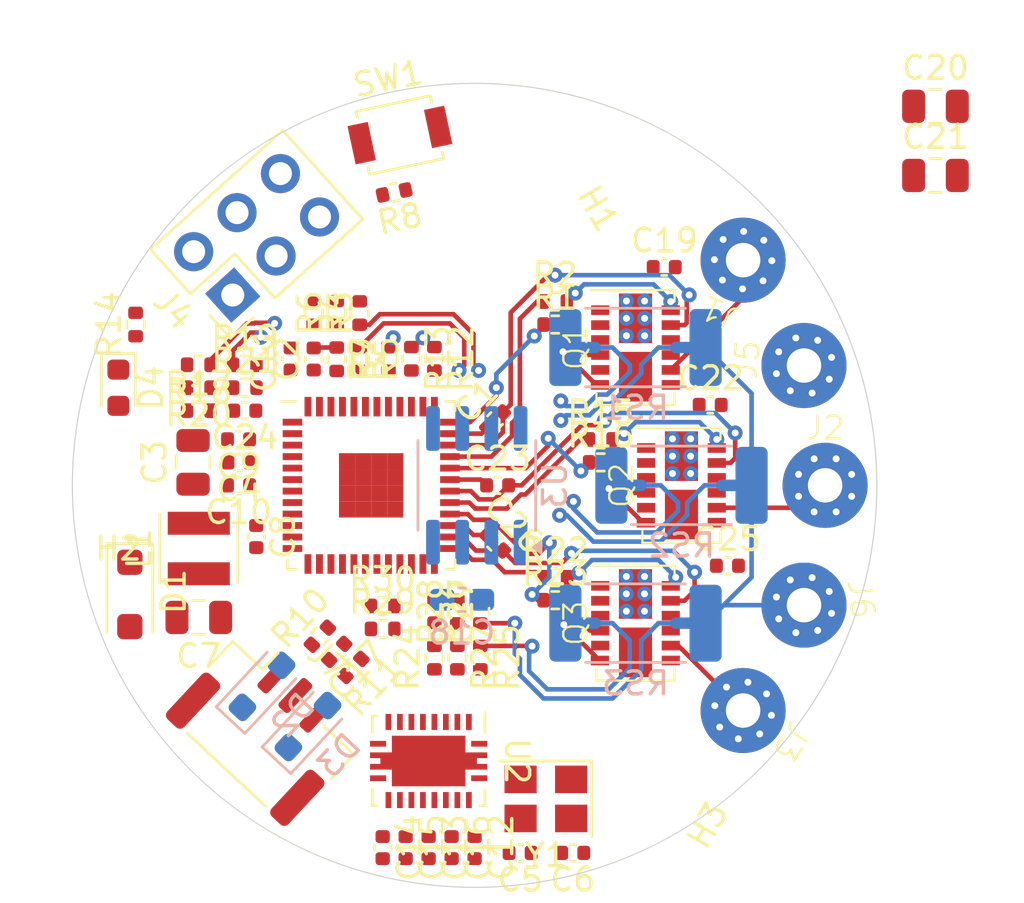
<source format=kicad_pcb>
(kicad_pcb (version 20240108) (generator "pcbnew") (generator_version "8.0")
  (layers (0 "F.Cu" signal) (1 "In1.Cu" signal) (2 "In2.Cu" signal) (31 "B.Cu" signal) (34 "B.Paste" user) (35 "F.Paste" user) (36 "B.SilkS" user "B.Silkscreen") (37 "F.SilkS" user "F.Silkscreen") (38 "B.Mask" user) (39 "F.Mask" user) (44 "Edge.Cuts" user))
  (property "2RB" "24k")
  (property "RA" "1.78k")
  (property "RB" "12k")
  (property "RS" "20mΩ/3W")
  (net 0 "")
  (net 1 "Net-(U1D-VBOOTU)")
  (net 2 "Net-(U1E-OP3N)")
  (net 3 "/Power Stage/OPA_U")
  (net 4 "GND")
  (net 5 "VM")
  (net 6 "/~{RESET}")
  (net 7 "/CAN Bus/OSC_IN")
  (net 8 "/CAN Bus/OSC_OUT")
  (net 9 "+3.3V")
  (net 10 "+12V")
  (net 11 "Net-(U2-FLTR)")
  (net 12 "/CAN Bus/5V_out")
  (net 13 "Net-(U2-WAKE)")
  (net 14 "Net-(C17-Pad1)")
  (net 15 "Net-(U1C-VBOOTV)")
  (net 16 "/Power Stage/OPA_V")
  (net 17 "Net-(U1F-OP2N)")
  (net 18 "Net-(U1B-VBOOTW)")
  (net 19 "Net-(U1G-OP1N)")
  (net 20 "/Power Stage/OPA_W")
  (net 21 "Net-(D1-K)")
  (net 22 "/CAN Bus/CANH")
  (net 23 "/CAN Bus/CANL")
  (net 24 "/User_LED")
  (net 25 "Net-(D4-K)")
  (net 26 "/Power Stage/RS_U+")
  (net 27 "/Power Stage/RS_U-")
  (net 28 "/Power Stage/RS_V+")
  (net 29 "/Power Stage/RS_V-")
  (net 30 "/Power Stage/RS_W+")
  (net 31 "/Power Stage/RS_W-")
  (net 32 "/Power Stage/QO_U")
  (net 33 "Net-(U1D-LSU)")
  (net 34 "Net-(U1D-HSU)")
  (net 35 "/Power Stage/QO_V")
  (net 36 "Net-(U1E-OP3P)")
  (net 37 "/BOOT0")
  (net 38 "/I2C_SCL")
  (net 39 "/I2C_SDA")
  (net 40 "Net-(U1C-HSV)")
  (net 41 "/Power Stage/QO_W")
  (net 42 "Net-(U1C-LSV)")
  (net 43 "/Power Stage/QS_U")
  (net 44 "Net-(U1F-OP2P)")
  (net 45 "/Power Stage/QS_V")
  (net 46 "Net-(U1B-HSW)")
  (net 47 "/Power Stage/QS_W")
  (net 48 "Net-(U1B-LSW)")
  (net 49 "Net-(U1G-OP1P)")
  (net 50 "/SPI_SCK")
  (net 51 "/SWC")
  (net 52 "/VM_sense")
  (net 53 "/SPI_~{CS}")
  (net 54 "/UART_TX")
  (net 55 "/Current_sense_V")
  (net 56 "/UART_RX")
  (net 57 "/Current_sense_U")
  (net 58 "/SPI_IRQ")
  (net 60 "/SWD")
  (net 61 "/Current_sense_W")
  (net 62 "/OC_COMP")
  (net 63 "/SPI_MOSI")
  (net 64 "/SPI_MISO")
  (net 68 "/Power Stage/OUT_W")
  (net 71 "/CAN Bus/~{WKRQ}")
  (net 72 "/CAN Bus/INH")
  (net 75 "/Power Stage/OUT_U")
  (net 76 "/Power Stage/OUT_V")
  (net 77 "/Power Stage/QGH_U")
  (net 78 "/Power Stage/QGL_U")
  (net 79 "/Power Stage/QGL_V")
  (net 80 "/Power Stage/QGH_V")
  (net 81 "/Power Stage/QGH_W")
  (net 82 "/Power Stage/QGL_W")
  (footprint "Capacitor_SMD:C_0402_1005Metric" (layer "F.Cu") (at 140.5 102.23 -90)
    (property "Reference" "C8")
    (property "Value" "100nF")
  )
  (footprint "Resistor_SMD:R_0402_1005Metric" (layer "F.Cu") (at 144 94.51 -90)
    (property "Reference" "R7")
    (property "Value" "12k")
  )
  (footprint "Capacitor_SMD:C_0402_1005Metric" (layer "F.Cu") (at 150.889411 102.5 -45)
    (property "Reference" "C26")
    (property "Value" "100nF/50V")
  )
  (footprint "Capacitor_SMD:C_0805_2012Metric" (layer "F.Cu") (at 170.05 86.51)
    (property "Reference" "C21")
    (property "Value" "10uF/50V")
  )
  (footprint "Capacitor_SMD:C_0402_1005Metric" (layer "F.Cu") (at 151.98 116 180)
    (property "Reference" "C5")
    (property "Value" "12pF")
  )
  (footprint "Resistor_SMD:R_0402_1005Metric" (layer "F.Cu") (at 140 95.75)
    (property "Reference" "R21")
    (property "Value" "12k")
  )
  (footprint "moco:PQFN-12" (layer "F.Cu") (at 159 100 90)
    (property "Reference" "Q2")
    (property "Value" "FDMD8240LET40")
  )
  (footprint "Capacitor_SMD:C_0402_1005Metric" (layer "F.Cu") (at 150.889411 97.160589 45)
    (property "Reference" "C1")
    (property "Value" "100nF/50V")
  )
  (footprint "Inductor_SMD:L_Neosid_SMS-ME3015" (layer "F.Cu") (at 138 102.75 90)
    (property "Reference" "L1")
    (property "Value" "18uH")
  )
  (footprint "Crystal:Crystal_SMD_3225-4Pin_3.2x2.5mm" (layer "F.Cu") (at 153.1 113.65 180)
    (property "Reference" "Y1")
    (property "Value" "40MHz")
  )
  (footprint "MountingHole:MountingHole_2.2mm_M2_ISO7380" (layer "F.Cu") (at 157.75 86.576606 120)
    (property "Reference" "H1")
    (property "Value" "MountingHole")
  )
  (footprint "MountingHole:MountingHole_2.2mm_M2_ISO7380" (layer "F.Cu") (at 157.75 113.423394 -120)
    (property "Reference" "H3")
    (property "Value" "MountingHole")
  )
  (footprint "moco:VQFN-20_3.5_3.5_0.5p" (layer "F.Cu") (at 148 112 -90)
    (property "Reference" "U2")
    (property "Value" "TCAN4550")
  )
  (footprint "Resistor_SMD:R_0402_1005Metric" (layer "F.Cu") (at 143 92.5 -90)
    (property "Reference" "R3")
    (property "Value" "24k")
  )
  (footprint "Resistor_SMD:R_0402_1005Metric" (layer "F.Cu") (at 146.25 94.5 90)
    (property "Reference" "R9")
    (property "Value" "10k")
  )
  (footprint "Resistor_SMD:R_0402_1005Metric" (layer "F.Cu") (at 153.5 92)
    (property "Reference" "R2")
    (property "Value" "10R")
  )
  (footprint "moco:Conn_1x1_3.7_1.5" (layer "F.Cu") (at 165.25 100)
    (property "Reference" "J2")
    (property "Value" "OUT_V")
  )
  (footprint "Capacitor_SMD:C_0402_1005Metric" (layer "F.Cu") (at 148 115.77 -90)
    (property "Reference" "C13")
    (property "Value" "10uF")
  )
  (footprint "Capacitor_SMD:C_0402_1005Metric" (layer "F.Cu") (at 139.73 98 180)
    (property "Reference" "C9")
    (property "Value" "10uF")
  )
  (footprint "Resistor_SMD:R_0402_1005Metric" (layer "F.Cu") (at 148.25 94.49 -90)
    (property "Reference" "R12")
    (property "Value" "4.7k")
  )
  (footprint "Capacitor_SMD:C_0402_1005Metric" (layer "F.Cu") (at 158.25 90.5)
    (property "Reference" "C19")
    (property "Value" "220nF/50V")
  )
  (footprint "Capacitor_SMD:C_0402_1005Metric" (layer "F.Cu") (at 147 115.77 -90)
    (property "Reference" "C15")
    (property "Value" "100nF")
  )
  (footprint "Resistor_SMD:R_0402_1005Metric" (layer "F.Cu") (at 146.5 87.25 -168)
    (property "Reference" "R8")
    (property "Value" "10k")
  )
  (footprint "moco:PQFN-12" (layer "F.Cu") (at 157 94 90)
    (property "Reference" "Q1")
    (property "Value" "FDMD8240LET40")
  )
  (footprint "Resistor_SMD:R_0402_1005Metric" (layer "F.Cu") (at 140 94.75)
    (property "Reference" "R19")
    (property "Value" "1.78k")
  )
  (footprint "moco:PQFN-12" (layer "F.Cu") (at 157 106 90)
    (property "Reference" "Q3")
    (property "Value" "FDMD8240LET40")
  )
  (footprint "Resistor_SMD:R_0402_1005Metric" (layer "F.Cu") (at 153.51 105)
    (property "Reference" "R23")
    (property "Value" "10R")
  )
  (footprint "Resistor_SMD:R_0402_1005Metric" (layer "F.Cu") (at 143.268646 106.568002 47)
    (property "Reference" "R10")
    (property "Value" "60R")
  )
  (footprint "Resistor_SMD:R_0402_1005Metric" (layer "F.Cu") (at 147.25 94.49 -90)
    (property "Reference" "R13")
    (property "Value" "4.7k")
  )
  (footprint "MountingHole:MountingHole_2.2mm_M2_ISO7380" (layer "F.Cu") (at 134.5 100 180)
    (property "Reference" "H2")
    (property "Value" "MountingHole")
  )
  (footprint "Resistor_SMD:R_0402_1005Metric" (layer "F.Cu") (at 155.49 98)
    (property "Reference" "R15")
    (property "Value" "10R")
  )
  (footprint "Resistor_SMD:R_0402_1005Metric" (layer "F.Cu") (at 146 105.25)
    (property "Reference" "R30")
    (property "Value" "10k")
  )
  (footprint "Resistor_SMD:R_0402_1005Metric" (layer "F.Cu") (at 145 92.5 90)
    (property "Reference" "R4")
    (property "Value" "1.78k")
  )
  (footprint "Connector_PinHeader_2.54mm:PinHeader_2x03_P2.54mm_Vertical" (layer "F.Cu") (at 139.476701 91.716216 132)
    (property "Reference" "J4")
    (property "Value" "Conn_02x03_Odd_Even")
  )
  (footprint "Button_Switch_SMD:SW_SPST_B3U-1000P" (layer "F.Cu") (at 146.75 84.75 12)
    (property "Reference" "SW1")
    (property "Value" "RESET")
  )
  (footprint "Capacitor_SMD:C_0402_1005Metric" (layer "F.Cu") (at 140 96.75 180)
    (property "Reference" "C24")
    (property "Value" "1nF")
  )
  (footprint "moco:Conn_1x1_3.7_1.5" (layer "F.Cu") (at 161.682178 109.802511 -122.1428571)
    (property "Reference" "J3")
    (property "Value" "OUT_W")
  )
  (footprint "Capacitor_SMD:C_0402_1005Metric" (layer "F.Cu") (at 144 107.25 -133)
    (property "Reference" "C17")
    (property "Value" "4.7nF")
  )
  (footprint "Resistor_SMD:R_0402_1005Metric" (layer "F.Cu") (at 146 106.25)
    (property "Reference" "R29")
    (property "Value" "68k")
  )
  (footprint "Capacitor_SMD:C_0402_1005Metric" (layer "F.Cu") (at 139.75 99 180)
    (property "Reference" "C4")
    (property "Value" "10nF")
  )
  (footprint "Resistor_SMD:R_0402_1005Metric" (layer "F.Cu") (at 149.25 105.5 90)
    (property "Reference" "R28")
    (property "Value" "12k")
  )
  (footprint "Diode_SMD:D_SOD-123F" (layer "F.Cu") (at 135 104.75 -90)
    (property "Reference" "D1")
    (property "Value" "MBR180S1")
  )
  (footprint "Capacitor_SMD:C_0402_1005Metric" (layer "F.Cu") (at 142 94.5 90)
    (property "Reference" "C11")
    (property "Value" "100nF")
  )
  (footprint "moco:Conn_1x1_3.7_1.5" (layer "F.Cu") (at 161.682178 90.197489 156.4285714)
    (property "Reference" "J1")
    (property "Value" "OUT_U")
  )
  (footprint "Resistor_SMD:R_0402_1005Metric" (layer "F.Cu") (at 144 92.49 90)
    (property "Reference" "R6")
    (property "Value" "24k")
  )
  (footprint "moco:Conn_1x1_3.7_1.5" (layer "F.Cu") (at 164.330312 105.215807 -84)
    (property "Reference" "J6")
    (property "Value" "VM-")
  )
  (footprint "Resistor_SMD:R_0402_1005Metric" (layer "F.Cu") (at 153.51 104)
    (property "Reference" "R22")
    (property "Value" "10R")
  )
  (footprint "Resistor_SMD:R_0402_1005Metric" (layer "F.Cu") (at 144.72404 107.925178 -133)
    (property "Reference" "R11")
    (property "Value" "60R")
  )
  (footprint "Connector_JST:JST_GH_SM03B-GHS-TB_1x03-1MP_P1.25mm_Horizontal" (layer "F.Cu") (at 140.939135 110.500436 -43)
    (property "Reference" "J7")
    (property "Value" "CAN")
  )
  (footprint "Capacitor_SMD:C_0805_2012Metric" (layer "F.Cu") (at 138 105.75 180)
    (property "Reference" "C7")
    (property "Value" "47uF")
  )
  (footprint "Capacitor_SMD:C_0805_2012Metric" (layer "F.Cu") (at 137.75 99 90)
    (property "Reference" "C3")
    (property "Value" "10uF/50V")
  )
  (footprint "LED_SMD:LED_0603_1608Metric" (layer "F.Cu") (at 134.5 95.75 -90)
    (property "Reference" "D4")
    (property "Value" "LED")
  )
  (footprint "Capacitor_SMD:C_0402_1005Metric" (layer "F.Cu") (at 151 100)
    (property "Reference" "C23")
    (property "Value" "100nF/50V")
  )
  (footprint "Resistor_SMD:R_0402_1005Metric" (layer "F.Cu") (at 150.25 107.5 -90)
    (property "Reference" "R25")
    (property "Value" "1.78k")
  )
  (footprint "Resistor_SMD:R_0402_1005Metric" (layer "F.Cu") (at 138 95.75 180)
    (property "Reference" "R20")
    (property "Value" "24k")
  )
  (footprint "Resistor_SMD:R_0402_1005Metric" (layer "F.Cu") (at 149.25 107.5 -90)
    (property "Reference" "R27")
    (property "Value" "24k")
  )
  (footprint "Capacitor_SMD:C_0402_1005Metric" (layer "F.Cu") (at 150 115.77 -90)
    (property "Reference" "C12")
    (property "Value" "300nF")
  )
  (footprint "Resistor_SMD:R_0402_1005Metric" (layer "F.Cu") (at 148.25 107.5 90)
    (property "Reference" "R24")
    (property "Value" "24k")
  )
  (footprint "Resistor_SMD:R_0402_1005Metric" (layer "F.Cu") (at 153.51 93)
    (property "Reference" "R1")
    (property "Value" "10R")
  )
  (footprint "Capacitor_SMD:C_0402_1005Metric" (layer "F.Cu") (at 143 94.5 90)
    (property "Reference" "C2")
    (property "Value" "1nF")
  )
  (footprint "Resistor_SMD:R_0402_1005Metric" (layer "F.Cu") (at 150.25 105.5 90)
    (property "Reference" "R26")
    (property "Value" "1.78k")
  )
  (footprint "Resistor_SMD:R_0402_1005Metric" (layer "F.Cu") (at 145 94.5 -90)
    (property "Reference" "R5")
    (property "Value" "1.78k")
  )
  (footprint "moco:VFQFN-48_7x7_EP2.8mm_Pitch0.5mm" (layer "F.Cu") (at 145.5 100)
    (property "Reference" "U1")
    (property "Value" "STSPIN32F0A")
  )
  (footprint "Resistor_SMD:R_0402_1005Metric" (layer "F.Cu") (at 155.49 99)
    (property "Reference" "R16")
    (property "Value" "10R")
  )
  (footprint "Resistor_SMD:R_0402_1005Metric" (layer "F.Cu") (at 138 96.75)
    (property "Reference" "R17")
    (property "Value" "24k")
  )
  (footprint "Capacitor_SMD:C_0402_1005Metric" (layer "F.Cu") (at 149 115.77 -90)
    (property "Reference" "C16")
    (property "Value" "100nF")
  )
  (footprint "Capacitor_SMD:C_0402_1005Metric" (layer "F.Cu") (at 148.25 105.5 -90)
    (property "Reference" "C27")
    (property "Value" "1nF")
  )
  (footprint "Capacitor_SMD:C_0402_1005Metric" (layer "F.Cu") (at 154.27 116 180)
    (property "Reference" "C6")
    (property "Value" "12pF")
  )
  (footprint "Capacitor_SMD:C_0805_2012Metric" (layer "F.Cu") (at 170.05 83.5)
    (property "Reference" "C20")
    (property "Value" "10uF/50V")
  )
  (footprint "moco:Conn_1x1_3.7_1.5" (layer "F.Cu") (at 164.330312 94.784193 84)
    (property "Reference" "J5")
    (property "Value" "VM+")
  )
  (footprint "Resistor_SMD:R_0402_1005Metric" (layer "F.Cu") (at 135.25 93 90)
    (property "Reference" "R14")
    (property "Value" "10k")
  )
  (footprint "Resistor_SMD:R_0402_1005Metric" (layer "F.Cu") (at 138 94.75 180)
    (property "Reference" "R18")
    (property "Value" "1.78k")
  )
  (footprint "Capacitor_SMD:C_0402_1005Metric" (layer "F.Cu") (at 146 115.77 -90)
    (property "Reference" "C14")
    (property "Value" "10nF")
  )
  (footprint "Capacitor_SMD:C_0402_1005Metric" (layer "F.Cu") (at 161 103.5)
    (property "Reference" "C25")
    (property "Value" "220nF/50V")
  )
  (footprint "Capacitor_SMD:C_0402_1005Metric" (layer "F.Cu") (at 139.73 100 180)
    (property "Reference" "C10")
    (property "Value" "100nF")
  )
  (footprint "Capacitor_SMD:C_0402_1005Metric" (layer "F.Cu") (at 160.25 96.5)
    (property "Reference" "C22")
    (property "Value" "220nF/50V")
  )
  (footprint "Diode_SMD:D_SOD-323_HandSoldering" (layer "B.Cu") (at 142.75 110.5 47)
    (property "Reference" "D3")
    (property "Value" "TVS")
  )
  (footprint "NetTie:NetTie-2_SMD_Pad0.5mm" (layer "B.Cu") (at 156.75 100)
    (property "Reference" "NT3" (hide yes))
    (property "Value" "NetTie_2" (hide yes))
  )
  (footprint "Package_SO:SOIC-8_3.9x4.9mm_P1.27mm" (layer "B.Cu") (at 150.095 100 90)
    (property "Reference" "U3")
    (property "Value" "AS5600")
  )
  (footprint "Resistor_SMD:R_2512_6332Metric_Pad1.40x3.35mm_HandSolder" (layer "B.Cu") (at 157 94)
    (property "Reference" "RS1")
    (property "Value" "20mΩ/3W")
  )
  (footprint "NetTie:NetTie-2_SMD_Pad0.5mm" (layer "B.Cu") (at 154.75 94)
    (property "Reference" "NT1" (hide yes))
    (property "Value" "NetTie_2" (hide yes))
  )
  (footprint "Resistor_SMD:R_2512_6332Metric_Pad1.40x3.35mm_HandSolder" (layer "B.Cu") (at 159 100)
    (property "Reference" "RS2")
    (property "Value" "20mΩ/3W")
  )
  (footprint "NetTie:NetTie-2_SMD_Pad0.5mm" (layer "B.Cu") (at 159.25 106 180)
    (property "Reference" "NT6" (hide yes))
    (property "Value" "NetTie_2" (hide yes))
  )
  (footprint "Resistor_SMD:R_2512_6332Metric_Pad1.40x3.35mm_HandSolder" (layer "B.Cu") (at 157 106)
    (property "Reference" "RS3")
    (property "Value" "20mΩ/3W")
  )
  (footprint "NetTie:NetTie-2_SMD_Pad0.5mm" (layer "B.Cu") (at 159.25 94 180)
    (property "Reference" "NT2" (hide yes))
    (property "Value" "NetTie_2" (hide yes))
  )
  (footprint "Diode_SMD:D_SOD-323_HandSoldering" (layer "B.Cu") (at 140.75 108.75 47)
    (property "Reference" "D2")
    (property "Value" "TVS")
  )
  (footprint "NetTie:NetTie-2_SMD_Pad0.5mm" (layer "B.Cu") (at 161.25 100 180)
    (property "Reference" "NT4" (hide yes))
    (property "Value" "NetTie_2" (hide yes))
  )
  (footprint "Capacitor_SMD:C_0603_1608Metric_Pad1.08x0.95mm_HandSolder" (layer "B.Cu") (at 149.45 104.98)
    (property "Reference" "C18")
    (property "Value" "100nF")
  )
  (footprint "NetTie:NetTie-2_SMD_Pad0.5mm" (layer "B.Cu") (at 154.75 106)
    (property "Reference" "NT5" (hide yes))
    (property "Value" "NetTie_2" (hide yes))
  )
  (gr_circle (center 150 100) (end 167.5 100) (stroke (width 0.05)) (fill none) (layer "Edge.Cuts"))
  (segment (start 150.3 97.75) (end 148.925 97.75) (width 0.2) (layer "F.Cu") (net 1))
  (segment (start 150.55 97.5) (end 150.3 97.75) (width 0.2) (layer "F.Cu") (net 1))
  (segment (start 143.07 94) (end 143.05 94.02) (width 0.2) (layer "F.Cu") (net 2))
  (segment (start 144.05 94) (end 143.07 94) (width 0.2) (layer "F.Cu") (net 2))
  (segment (start 146.25 93.99) (end 146.25 93.784619) (width 0.2) (layer "F.Cu") (net 4))
  (segment (start 146.25 93.784619) (end 146.460182 93.574437) (width 0.2) (layer "F.Cu") (net 4))
  (via (at 146.460182 93.574437) (size 0.65) (drill 0.3) (layers "F.Cu" "B.Cu") (net 4))
  (segment (start 162.05 100) (end 162.05 104) (width 0.2) (layer "B.Cu") (net 4))
  (segment (start 162.05 96) (end 162.05 100) (width 0.2) (layer "B.Cu") (net 4))
  (segment (start 162.05 104) (end 160.05 106) (width 0.2) (layer "B.Cu") (net 4))
  (segment (start 160.834193 105.215807) (end 160.05 106) (width 0.2) (layer "B.Cu") (net 4))
  (segment (start 164.330312 105.215807) (end 160.834193 105.215807) (width 0.2) (layer "B.Cu") (net 4))
  (segment (start 160.05 94) (end 162.05 96) (width 0.2) (layer "B.Cu") (net 4))
  (via (at 156.60251 105.479275) (size 0.65) (drill 0.3) (layers "F.Cu" "B.Cu") (net 5))
  (via (at 158.609123 97.975674) (size 0.65) (drill 0.3) (layers "F.Cu" "B.Cu") (net 5))
  (via (at 156.605689 92.731013) (size 0.65) (drill 0.3) (layers "F.Cu" "B.Cu") (net 5))
  (via (at 158.609123 98.730674) (size 0.65) (drill 0.3) (layers "F.Cu" "B.Cu") (net 5))
  (via (at 157.39251 105.479275) (size 0.65) (drill 0.3) (layers "F.Cu" "B.Cu") (net 5))
  (via (at 156.605689 93.486013) (size 0.65) (drill 0.3) (layers "F.Cu" "B.Cu") (net 5))
  (via (at 157.39251 104.724275) (size 0.65) (drill 0.3) (layers "F.Cu" "B.Cu") (net 5))
  (via (at 159.399123 97.975674) (size 0.65) (drill 0.3) (layers "F.Cu" "B.Cu") (net 5))
  (via (at 157.39251 103.969275) (size 0.65) (drill 0.3) (layers "F.Cu" "B.Cu") (net 5))
  (via (at 159.399123 98.730674) (size 0.65) (drill 0.3) (layers "F.Cu" "B.Cu") (net 5))
  (via (at 156.60251 104.724275) (size 0.65) (drill 0.3) (layers "F.Cu" "B.Cu") (net 5))
  (via (at 156.60251 103.969275) (size 0.65) (drill 0.3) (layers "F.Cu" "B.Cu") (net 5))
  (via (at 157.395689 93.486013) (size 0.65) (drill 0.3) (layers "F.Cu" "B.Cu") (net 5))
  (via (at 157.395689 91.976013) (size 0.65) (drill 0.3) (layers "F.Cu" "B.Cu") (net 5))
  (via (at 158.609123 99.485674) (size 0.65) (drill 0.3) (layers "F.Cu" "B.Cu") (net 5))
  (via (at 157.395689 92.731013) (size 0.65) (drill 0.3) (layers "F.Cu" "B.Cu") (net 5))
  (via (at 159.399123 99.485674) (size 0.65) (drill 0.3) (layers "F.Cu" "B.Cu") (net 5))
  (via (at 156.605689 91.976013) (size 0.65) (drill 0.3) (layers "F.Cu" "B.Cu") (net 5))
  (segment (start 147.345 93.98) (end 147.25 93.98) (width 0.2) (layer "F.Cu") (net 9))
  (segment (start 147.75 93.575) (end 147.345 93.98) (width 0.2) (layer "F.Cu") (net 9))
  (via (at 147.75 93.575) (size 0.65) (drill 0.3) (layers "F.Cu" "B.Cu") (net 9))
  (segment (start 150.27 99.75) (end 148.925 99.75) (width 0.2) (layer "F.Cu") (net 15))
  (segment (start 150.52 100) (end 150.27 99.75) (width 0.2) (layer "F.Cu") (net 15))
  (segment (start 149.944903 102.160589) (end 150.55 102.160589) (width 0.2) (layer "F.Cu") (net 18))
  (segment (start 148.925 101.75) (end 149.534314 101.75) (width 0.2) (layer "F.Cu") (net 18))
  (segment (start 149.534314 101.75) (end 149.944903 102.160589) (width 0.2) (layer "F.Cu") (net 18))
  (segment (start 140.958363 92.925521) (end 140.440595 92.925521) (width 0.2) (layer "F.Cu") (net 26))
  (segment (start 140.982321 92.949479) (end 140.958363 92.925521) (width 0.2) (layer "F.Cu") (net 26))
  (segment (start 140.440595 92.925521) (end 140.416637 92.949479) (width 0.2) (layer "F.Cu") (net 26))
  (segment (start 140.416637 92.949479) (end 140.100521 92.949479) (width 0.2) (layer "F.Cu") (net 26))
  (segment (start 140.100521 92.949479) (end 138.51 94.54) (width 0.2) (layer "F.Cu") (net 26))
  (segment (start 141.300521 92.949479) (end 140.982321 92.949479) (width 0.2) (layer "F.Cu") (net 26))
  (segment (start 138.51 94.54) (end 138.51 94.75) (width 0.2) (layer "F.Cu") (net 26))
  (via (at 153.75 96.325) (size 0.65) (drill 0.3) (layers "F.Cu" "B.Cu") (net 26))
  (via (at 141.300521 92.949479) (size 0.65) (drill 0.3) (layers "F.Cu" "B.Cu") (net 26))
  (segment (start 155.25 94) (end 156 94) (width 0.2) (layer "B.Cu") (net 26))
  (segment (start 156.75 95.067156) (end 155.767136 96.05002) (width 0.2) (layer "B.Cu") (net 26))
  (segment (start 155.767136 96.05002) (end 155.333831 96.05002) (width 0.2) (layer "B.Cu") (net 26))
  (segment (start 156 94) (end 156.75 94.75) (width 0.2) (layer "B.Cu") (net 26))
  (segment (start 155.333831 96.05002) (end 154.833851 96.55) (width 0.2) (layer "B.Cu") (net 26))
  (segment (start 154.833851 96.55) (end 153.975 96.55) (width 0.2) (layer "B.Cu") (net 26))
  (segment (start 153.975 96.55) (end 153.75 96.325) (width 0.2) (layer "B.Cu") (net 26))
  (segment (start 156.75 94.75) (end 156.75 95.067156) (width 0.2) (layer "B.Cu") (net 26))
  (segment (start 140.699479 93.550521) (end 140.498437 93.349479) (width 0.2) (layer "F.Cu") (net 27))
  (segment (start 140.266207 93.349479) (end 139.49 94.125686) (width 0.2) (layer "F.Cu") (net 27))
  (segment (start 140.498437 93.349479) (end 140.266207 93.349479) (width 0.2) (layer "F.Cu") (net 27))
  (segment (start 139.49 94.125686) (end 139.49 94.75) (width 0.2) (layer "F.Cu") (net 27))
  (via (at 153.75 97.175) (size 0.65) (drill 0.3) (layers "F.Cu" "B.Cu") (net 27))
  (via (at 140.699479 93.550521) (size 0.65) (drill 0.3) (layers "F.Cu" "B.Cu") (net 27))
  (segment (start 155.932844 96.45) (end 155.499509 96.45) (width 0.2) (layer "B.Cu") (net 27))
  (segment (start 153.975 96.95) (end 153.75 97.175) (width 0.2) (layer "B.Cu") (net 27))
  (segment (start 158.75 94) (end 158 94) (width 0.2) (layer "B.Cu") (net 27))
  (segment (start 155.499509 96.45) (end 154.999509 96.95) (width 0.2) (layer "B.Cu") (net 27))
  (segment (start 154.999509 96.95) (end 153.975 96.95) (width 0.2) (layer "B.Cu") (net 27))
  (segment (start 157.25 94.75) (end 157.25 95.132844) (width 0.2) (layer "B.Cu") (net 27))
  (segment (start 157.25 95.132844) (end 155.932844 96.45) (width 0.2) (layer "B.Cu") (net 27))
  (segment (start 158 94) (end 157.25 94.75) (width 0.2) (layer "B.Cu") (net 27))
  (segment (start 149.95 94.775) (end 149.95 93.417156) (width 0.2) (layer "F.Cu") (net 28))
  (segment (start 149.95 93.417156) (end 149.082844 92.55) (width 0.2) (layer "F.Cu") (net 28))
  (segment (start 150.175 95) (end 149.95 94.775) (width 0.2) (layer "F.Cu") (net 28))
  (segment (start 149.082844 92.55) (end 145.874314 92.55) (width 0.2) (layer "F.Cu") (net 28))
  (segment (start 145.414314 93.01) (end 145 93.01) (width 0.2) (layer "F.Cu") (net 28))
  (segment (start 145.874314 92.55) (end 145.414314 93.01) (width 0.2) (layer "F.Cu") (net 28))
  (via (at 150.175 95) (size 0.65) (drill 0.3) (layers "F.Cu" "B.Cu") (net 28))
  (via (at 154.300521 100.699479) (size 0.65) (drill 0.3) (layers "F.Cu" "B.Cu") (net 28))
  (segment (start 158.85 100.75) (end 158.85 101.117156) (width 0.2) (layer "B.Cu") (net 28))
  (segment (start 157.917156 102.05) (end 155.332843 102.05) (width 0.2) (layer "B.Cu") (net 28))
  (segment (start 155.332843 102.05) (end 154.300521 101.017678) (width 0.2) (layer "B.Cu") (net 28))
  (segment (start 158.85 101.117156) (end 157.917156 102.05) (width 0.2) (layer "B.Cu") (net 28))
  (segment (start 154.300521 101.017678) (end 154.300521 100.699479) (width 0.2) (layer "B.Cu") (net 28))
  (segment (start 157.25 100) (end 158.1 100) (width 0.2) (layer "B.Cu") (net 28))
  (segment (start 158.1 100) (end 158.85 100.75) (width 0.2) (layer "B.Cu") (net 28))
  (segment (start 148.917156 92.95) (end 146.04 92.95) (width 0.2) (layer "F.Cu") (net 29))
  (segment (start 146.04 92.95) (end 145 93.99) (width 0.2) (layer "F.Cu") (net 29))
  (segment (start 149.55 93.582844) (end 148.917156 92.95) (width 0.2) (layer "F.Cu") (net 29))
  (segment (start 149.55 94.775) (end 149.55 93.582844) (width 0.2) (layer "F.Cu") (net 29))
  (segment (start 149.325 95) (end 149.55 94.775) (width 0.2) (layer "F.Cu") (net 29))
  (via (at 153.699479 101.300521) (size 0.65) (drill 0.3) (layers "F.Cu" "B.Cu") (net 29))
  (via (at 149.325 95) (size 0.65) (drill 0.3) (layers "F.Cu" "B.Cu") (net 29))
  (segment (start 160.75 100) (end 160 100) (width 0.2) (layer "B.Cu") (net 29))
  (segment (start 158.082844 102.45) (end 155.167157 102.45) (width 0.2) (layer "B.Cu") (net 29))
  (segment (start 159.25 100.75) (end 159.25 101.282844) (width 0.2) (layer "B.Cu") (net 29))
  (segment (start 159.25 101.282844) (end 158.082844 102.45) (width 0.2) (layer "B.Cu") (net 29))
  (segment (start 155.167157 102.45) (end 154.017678 101.300521) (width 0.2) (layer "B.Cu") (net 29))
  (segment (start 154.017678 101.300521) (end 153.699479 101.300521) (width 0.2) (layer "B.Cu") (net 29))
  (segment (start 160 100) (end 159.25 100.75) (width 0.2) (layer "B.Cu") (net 29))
  (segment (start 152.49 106.99) (end 150.25 106.99) (width 0.2) (layer "F.Cu") (net 30))
  (segment (start 152.5 107) (end 152.49 106.99) (width 0.2) (layer "F.Cu") (net 30))
  (via (at 152.5 107) (size 0.65) (drill 0.3) (layers "F.Cu" "B.Cu") (net 30))
  (segment (start 152.5 107) (end 152.371286 107.128714) (width 0.2) (layer "B.Cu") (net 30))
  (segment (start 153.161558 108.878714) (end 155.838442 108.878714) (width 0.2) (layer "B.Cu") (net 30))
  (segment (start 156.75 107.967156) (end 156.75 106.75) (width 0.2) (layer "B.Cu") (net 30))
  (segment (start 152.371286 108.088442) (end 153.161558 108.878714) (width 0.2) (layer "B.Cu") (net 30))
  (segment (start 156 106) (end 155.25 106) (width 0.2) (layer "B.Cu") (net 30))
  (segment (start 155.838442 108.878714) (end 156.75 107.967156) (width 0.2) (layer "B.Cu") (net 30))
  (segment (start 156.75 106.75) (end 156 106) (width 0.2) (layer "B.Cu") (net 30))
  (segment (start 152.371286 107.128714) (end 152.371286 108.088442) (width 0.2) (layer "B.Cu") (net 30))
  (segment (start 151.75 106) (end 150.26 106) (width 0.2) (layer "F.Cu") (net 31))
  (segment (start 150.26 106) (end 150.25 106.01) (width 0.2) (layer "F.Cu") (net 31))
  (via (at 151.75 106) (size 0.65) (drill 0.3) (layers "F.Cu" "B.Cu") (net 31))
  (segment (start 151.971286 108.25413) (end 151.971286 107.550419) (width 0.2) (layer "B.Cu") (net 31))
  (segment (start 151.75 107.329133) (end 151.75 106) (width 0.2) (layer "B.Cu") (net 31))
  (segment (start 157.25 108.032844) (end 156.00413 109.278714) (width 0.2) (layer "B.Cu") (net 31))
  (segment (start 158 106) (end 157.25 106.75) (width 0.2) (layer "B.Cu") (net 31))
  (segment (start 151.971286 107.550419) (end 151.75 107.329133) (width 0.2) (layer "B.Cu") (net 31))
  (segment (start 152.99587 109.278714) (end 151.971286 108.25413) (width 0.2) (layer "B.Cu") (net 31))
  (segment (start 158.75 106) (end 158 106) (width 0.2) (layer "B.Cu") (net 31))
  (segment (start 157.25 106.75) (end 157.25 108.032844) (width 0.2) (layer "B.Cu") (net 31))
  (segment (start 156.00413 109.278714) (end 152.99587 109.278714) (width 0.2) (layer "B.Cu") (net 31))
  (segment (start 151.570001 96.479999) (end 151.228822 96.821178) (width 0.2) (layer "F.Cu") (net 32))
  (segment (start 153.201076 90.85) (end 151.570001 92.481075) (width 0.2) (layer "F.Cu") (net 32))
  (segment (start 148.925 98.25) (end 150.66267 98.25) (width 0.2) (layer "F.Cu") (net 32))
  (segment (start 159.23 91.817121) (end 159.23 92.925) (width 0.2) (layer "F.Cu") (net 32))
  (segment (start 153.5 90.85) (end 153.201076 90.85) (width 0.2) (layer "F.Cu") (net 32))
  (segment (start 159.33483 91.712291) (end 159.23 91.817121) (width 0.2) (layer "F.Cu") (net 32))
  (segment (start 150.66267 98.25) (end 151.228822 97.683848) (width 0.2) (layer "F.Cu") (net 32))
  (segment (start 159.23 92.925) (end 159.13 93.025) (width 0.2) (layer "F.Cu") (net 32))
  (segment (start 151.570001 92.481075) (end 151.570001 96.479999) (width 0.2) (layer "F.Cu") (net 32))
  (segment (start 159.13 93.025) (end 158.535 93.025) (width 0.2) (layer "F.Cu") (net 32))
  (segment (start 151.228822 97.683848) (end 151.228822 96.821178) (width 0.2) (layer "F.Cu") (net 32))
  (via (at 153.5 90.85) (size 0.65) (drill 0.3) (layers "F.Cu" "B.Cu") (net 32))
  (via (at 159.33483 91.712291) (size 0.65) (drill 0.3) (layers "F.Cu" "B.Cu") (net 32))
  (segment (start 158.472539 90.85) (end 159.33483 91.712291) (width 0.2) (layer "B.Cu") (net 32))
  (segment (start 153.5 90.85) (end 158.472539 90.85) (width 0.2) (layer "B.Cu") (net 32))
  (segment (start 149.8 97.25) (end 148.925 97.25) (width 0.2) (layer "F.Cu") (net 33))
  (segment (start 150.945001 95.75) (end 150.945001 96.104999) (width 0.2) (layer "F.Cu") (net 33))
  (segment (start 152.595001 93.5) (end 153 93.095001) (width 0.2) (layer "F.Cu") (net 33))
  (segment (start 153 93.095001) (end 153 93) (width 0.2) (layer "F.Cu") (net 33))
  (segment (start 150.945001 96.104999) (end 149.8 97.25) (width 0.2) (layer "F.Cu") (net 33))
  (via (at 152.595001 93.5) (size 0.65) (drill 0.3) (layers "F.Cu" "B.Cu") (net 33))
  (via (at 150.945001 95.75) (size 0.65) (drill 0.3) (layers "F.Cu" "B.Cu") (net 33))
  (segment (start 150.945001 95.15) (end 152.595001 93.5) (width 0.2) (layer "B.Cu") (net 33))
  (segment (start 150.945001 95.75) (end 150.945001 95.15) (width 0.2) (layer "B.Cu") (net 33))
  (segment (start 151.970001 92.75) (end 151.970001 96.670768) (width 0.2) (layer "F.Cu") (net 34))
  (segment (start 148.925 98.75) (end 150.728356 98.75) (width 0.2) (layer "F.Cu") (net 34))
  (segment (start 152.720001 92) (end 151.970001 92.75) (width 0.2) (layer "F.Cu") (net 34))
  (segment (start 150.728356 98.75) (end 151.628822 97.849533) (width 0.2) (layer "F.Cu") (net 34))
  (segment (start 152.99 92) (end 152.720001 92) (width 0.2) (layer "F.Cu") (net 34))
  (segment (start 151.970001 96.942669) (end 151.970001 96.5) (width 0.2) (layer "F.Cu") (net 34))
  (segment (start 151.628822 97.283848) (end 151.970001 96.942669) (width 0.2) (layer "F.Cu") (net 34))
  (segment (start 151.628822 97.849533) (end 151.628822 97.283848) (width 0.2) (layer "F.Cu") (net 34))
  (segment (start 161.337369 98.817631) (end 161.13 99.025) (width 0.2) (layer "F.Cu") (net 35))
  (segment (start 148.925 100.25) (end 149.833866 100.25) (width 0.2) (layer "F.Cu") (net 35))
  (segment (start 150.87 100.61) (end 151.48 100) (width 0.2) (layer "F.Cu") (net 35))
  (segment (start 152.041076 100) (end 151.48 100) (width 0.2) (layer "F.Cu") (net 35))
  (segment (start 149.833866 100.25) (end 150.193866 100.61) (width 0.2) (layer "F.Cu") (net 35))
  (segment (start 154.661076 97.38) (end 152.041076 100) (width 0.2) (layer "F.Cu") (net 35))
  (segment (start 155.453393 97.38) (end 154.661076 97.38) (width 0.2) (layer "F.Cu") (net 35))
  (segment (start 161.13 99.025) (end 160.535 99.025) (width 0.2) (layer "F.Cu") (net 35))
  (segment (start 155.642248 97.191145) (end 155.453393 97.38) (width 0.2) (layer "F.Cu") (net 35))
  (segment (start 161.337369 97.719451) (end 161.337369 98.817631) (width 0.2) (layer "F.Cu") (net 35))
  (segment (start 150.193866 100.61) (end 150.87 100.61) (width 0.2) (layer "F.Cu") (net 35))
  (via (at 155.642248 97.191145) (size 0.65) (drill 0.3) (layers "F.Cu" "B.Cu") (net 35))
  (via (at 161.337369 97.719451) (size 0.65) (drill 0.3) (layers "F.Cu" "B.Cu") (net 35))
  (segment (start 160.467918 96.85) (end 161.337369 97.719451) (width 0.2) (layer "B.Cu") (net 35))
  (segment (start 155.642248 97.191145) (end 155.983393 96.85) (width 0.2) (layer "B.Cu") (net 35))
  (segment (start 155.983393 96.85) (end 160.467918 96.85) (width 0.2) (layer "B.Cu") (net 35))
  (segment (start 154.98 98) (end 154.606762 98) (width 0.2) (layer "F.Cu") (net 40))
  (segment (start 151.406134 101.01) (end 150.02818 101.01) (width 0.2) (layer "F.Cu") (net 40))
  (segment (start 149.76818 100.75) (end 148.925 100.75) (width 0.2) (layer "F.Cu") (net 40))
  (segment (start 152.206762 100.4) (end 152.016134 100.4) (width 0.2) (layer "F.Cu") (net 40))
  (segment (start 152.016134 100.4) (end 151.406134 101.01) (width 0.2) (layer "F.Cu") (net 40))
  (segment (start 154.606762 98) (end 152.206762 100.4) (width 0.2) (layer "F.Cu") (net 40))
  (segment (start 150.02818 101.01) (end 149.76818 100.75) (width 0.2) (layer "F.Cu") (net 40))
  (segment (start 159.571303 103.780986) (end 159.571303 104.583697) (width 0.2) (layer "F.Cu") (net 41))
  (segment (start 151.769411 103.38) (end 151.228822 102.839411) (width 0.2) (layer "F.Cu") (net 41))
  (segment (start 154.211544 102.961544) (end 153.793088 103.38) (width 0.2) (layer "F.Cu") (net 41))
  (segment (start 149.468628 102.25) (end 150.058039 102.839411) (width 0.2) (layer "F.Cu") (net 41))
  (segment (start 159.13 105.025) (end 158.535 105.025) (width 0.2) (layer "F.Cu") (net 41))
  (segment (start 148.925 102.25) (end 149.468628 102.25) (width 0.2) (layer "F.Cu") (net 41))
  (segment (start 159.571303 104.583697) (end 159.13 105.025) (width 0.2) (layer "F.Cu") (net 41))
  (segment (start 153.793088 103.38) (end 151.769411 103.38) (width 0.2) (layer "F.Cu") (net 41))
  (segment (start 150.058039 102.839411) (end 151.228822 102.839411) (width 0.2) (layer "F.Cu") (net 41))
  (via (at 159.571303 103.780986) (size 0.65) (drill 0.3) (layers "F.Cu" "B.Cu") (net 41))
  (via (at 154.211544 102.961544) (size 0.65) (drill 0.3) (layers "F.Cu" "B.Cu") (net 41))
  (segment (start 154.323088 102.85) (end 158.640317 102.85) (width 0.2) (layer "B.Cu") (net 41))
  (segment (start 154.211544 102.961544) (end 154.323088 102.85) (width 0.2) (layer "B.Cu") (net 41))
  (segment (start 158.640317 102.85) (end 159.571303 103.780986) (width 0.2) (layer "B.Cu") (net 41))
  (segment (start 153.203596 97.953596) (end 153.203596 98.271794) (width 0.2) (layer "F.Cu") (net 42))
  (segment (start 154.98 99.02) (end 154.98 99) (width 0.2) (layer "F.Cu") (net 42))
  (segment (start 154.625 99.375) (end 154.98 99.02) (width 0.2) (layer "F.Cu") (net 42))
  (segment (start 153.203596 98.271794) (end 152.22539 99.25) (width 0.2) (layer "F.Cu") (net 42))
  (segment (start 152.22539 99.25) (end 148.925 99.25) (width 0.2) (layer "F.Cu") (net 42))
  (via (at 153.203596 97.953596) (size 0.65) (drill 0.3) (layers "F.Cu" "B.Cu") (net 42))
  (via (at 154.625 99.375) (size 0.65) (drill 0.3) (layers "F.Cu" "B.Cu") (net 42))
  (segment (start 153.203596 97.953596) (end 154.625 99.375) (width 0.2) (layer "B.Cu") (net 42))
  (segment (start 155.45 95.625) (end 155.286116 95.625) (width 0.2) (layer "F.Cu") (net 43))
  (segment (start 155.286116 95.625) (end 153.846516 94.1854) (width 0.2) (layer "F.Cu") (net 43))
  (via (at 153.846516 94.1854) (size 0.65) (drill 0.3) (layers "F.Cu" "B.Cu") (net 43))
  (segment (start 157.45 101.625) (end 157.326116 101.625) (width 0.2) (layer "F.Cu") (net 45))
  (segment (start 157.326116 101.625) (end 155.84281 100.141694) (width 0.2) (layer "F.Cu") (net 45))
  (via (at 155.84281 100.141694) (size 0.65) (drill 0.3) (layers "F.Cu" "B.Cu") (net 45))
  (segment (start 151.263371 103.736629) (end 151.306741 103.78) (width 0.2) (layer "F.Cu") (net 46))
  (segment (start 150.766152 103.239411) (end 151.263371 103.736629) (width 0.2) (layer "F.Cu") (net 46))
  (segment (start 149.892354 103.239411) (end 150.766152 103.239411) (width 0.2) (layer "F.Cu") (net 46))
  (segment (start 152.78 103.78) (end 153 104) (width 0.2) (layer "F.Cu") (net 46))
  (segment (start 151.306742 103.78) (end 152.78 103.78) (width 0.2) (layer "F.Cu") (net 46))
  (segment (start 148.925 102.75) (end 149.402942 102.75) (width 0.2) (layer "F.Cu") (net 46))
  (segment (start 151.263371 103.736629) (end 151.306742 103.78) (width 0.2) (layer "F.Cu") (net 46))
  (segment (start 149.402942 102.75) (end 149.892354 103.239411) (width 0.2) (layer "F.Cu") (net 46))
  (segment (start 155.441116 107.625) (end 153.883058 106.066942) (width 0.2) (layer "F.Cu") (net 47))
  (segment (start 155.45 107.625) (end 155.441116 107.625) (width 0.2) (layer "F.Cu") (net 47))
  (via (at 153.883058 106.066942) (size 0.65) (drill 0.3) (layers "F.Cu" "B.Cu") (net 47))
  (segment (start 150.391703 101.498642) (end 150.390345 101.5) (width 0.2) (layer "F.Cu") (net 48))
  (segment (start 149.952494 101.5) (end 149.702494 101.25) (width 0.2) (layer "F.Cu") (net 48))
  (segment (start 152.75 105) (end 153 105) (width 0.2) (layer "F.Cu") (net 48))
  (segment (start 153.25 102.5) (end 152.77 102.98) (width 0.2) (layer "F.Cu") (net 48))
  (segment (start 150.390345 101.5) (end 149.952494 101.5) (width 0.2) (layer "F.Cu") (net 48))
  (segment (start 152.5 104.75) (end 152.75 105) (width 0.2) (layer "F.Cu") (net 48))
  (segment (start 150.750723 101.498642) (end 150.391703 101.498642) (width 0.2) (layer "F.Cu") (net 48))
  (segment (start 152.232081 102.98) (end 150.750723 101.498642) (width 0.2) (layer "F.Cu") (net 48))
  (segment (start 149.702494 101.25) (end 148.925 101.25) (width 0.2) (layer "F.Cu") (net 48))
  (segment (start 152.77 102.98) (end 152.232081 102.98) (width 0.2) (layer "F.Cu") (net 48))
  (via (at 152.5 104.75) (size 0.65) (drill 0.3) (layers "F.Cu" "B.Cu") (net 48))
  (via (at 153.25 102.5) (size 0.65) (drill 0.3) (layers "F.Cu" "B.Cu") (net 48))
  (segment (start 153.25 104) (end 153.25 102.5) (width 0.2) (layer "B.Cu") (net 48))
  (segment (start 152.5 104.75) (end 153.25 104) (width 0.2) (layer "B.Cu") (net 48))
  (segment (start 158.535 106.975) (end 158.854667 106.975) (width 0.2) (layer "F.Cu") (net 68))
  (segment (start 158.854667 106.975) (end 161.682178 109.802511) (width 0.2) (layer "F.Cu") (net 68))
  (segment (start 161.682178 91.827822) (end 161.682178 90.197489) (width 0.2) (layer "F.Cu") (net 75))
  (segment (start 158.535 94.975) (end 161.682178 91.827822) (width 0.2) (layer "F.Cu") (net 75))
  (segment (start 164.275 100.975) (end 165.25 100) (width 0.2) (layer "F.Cu") (net 76))
  (segment (start 160.535 100.975) (end 164.275 100.975) (width 0.2) (layer "F.Cu") (net 76))
  (segment (start 154.38 91.63) (end 154.01 92) (width 0.2) (layer "F.Cu") (net 77))
  (segment (start 158.535 92) (end 158.535 92.375) (width 0.2) (layer "F.Cu") (net 77))
  (via (at 154.38 91.63) (size 0.65) (drill 0.3) (layers "F.Cu" "B.Cu") (net 77))
  (via (at 158.535 92) (size 0.65) (drill 0.3) (layers "F.Cu" "B.Cu") (net 77))
  (segment (start 154.38 91.63) (end 154.76 91.25) (width 0.2) (layer "B.Cu") (net 77))
  (segment (start 154.76 91.25) (end 157.785 91.25) (width 0.2) (layer "B.Cu") (net 77))
  (segment (start 157.785 91.25) (end 158.535 92) (width 0.2) (layer "B.Cu") (net 77))
  (segment (start 154.02 93.475) (end 154.87 94.325) (width 0.2) (layer "F.Cu") (net 78))
  (segment (start 154.02 93) (end 154.02 93.475) (width 0.2) (layer "F.Cu") (net 78))
  (segment (start 154.87 94.325) (end 155.465 94.325) (width 0.2) (layer "F.Cu") (net 78))
  (segment (start 156 99) (end 156 99.415) (width 0.2) (layer "F.Cu") (net 79))
  (segment (start 156.91 100.325) (end 157.465 100.325) (width 0.2) (layer "F.Cu") (net 79))
  (segment (start 156 99.415) (end 156.91 100.325) (width 0.2) (layer "F.Cu") (net 79))
  (segment (start 160.535 98) (end 160.535 98.375) (width 0.2) (layer "F.Cu") (net 80))
  (segment (start 156.25 97.75) (end 156 98) (width 0.2) (layer "F.Cu") (net 80))
  (segment (start 156.5 97.75) (end 156.25 97.75) (width 0.2) (layer "F.Cu") (net 80))
  (via (at 160.535 98) (size 0.65) (drill 0.3) (layers "F.Cu" "B.Cu") (net 80))
  (via (at 156.5 97.75) (size 0.65) (drill 0.3) (layers "F.Cu" "B.Cu") (net 80))
  (segment (start 160.535 98) (end 159.785 97.25) (width 0.2) (layer "B.Cu") (net 80))
  (segment (start 157 97.25) (end 156.5 97.75) (width 0.2) (layer "B.Cu") (net 80))
  (segment (start 159.785 97.25) (end 157 97.25) (width 0.2) (layer "B.Cu") (net 80))
  (segment (start 158.535 104.215) (end 158.535 104.375) (width 0.2) (layer "F.Cu") (net 81))
  (segment (start 158.75 104) (end 158.535 104.215) (width 0.2) (layer "F.Cu") (net 81))
  (segment (start 154.543287 103.813317) (end 154.356604 104) (width 0.2) (layer "F.Cu") (net 81))
  (segment (start 154.356604 104) (end 154.02 104) (width 0.2) (layer "F.Cu") (net 81))
  (via (at 158.75 104) (size 0.65) (drill 0.3) (layers "F.Cu" "B.Cu") (net 81))
  (via (at 154.543287 103.813317) (size 0.65) (drill 0.3) (layers "F.Cu" "B.Cu") (net 81))
  (segment (start 158 103.25) (end 158.75 104) (width 0.2) (layer "B.Cu") (net 81))
  (segment (start 155.106604 103.25) (end 158 103.25) (width 0.2) (layer "B.Cu") (net 81))
  (segment (start 154.543287 103.813317) (end 155.106604 103.25) (width 0.2) (layer "B.Cu") (net 81))
  (segment (start 154.02 105.319999) (end 155.025001 106.325) (width 0.2) (layer "F.Cu") (net 82))
  (segment (start 155.025001 106.325) (end 155.465 106.325) (width 0.2) (layer "F.Cu") (net 82))
  (segment (start 154.02 105) (end 154.02 105.319999) (width 0.2) (layer "F.Cu") (net 82))
)
</source>
